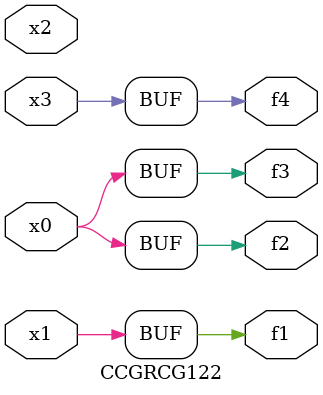
<source format=v>
module CCGRCG122(
	input x0, x1, x2, x3,
	output f1, f2, f3, f4
);
	assign f1 = x1;
	assign f2 = x0;
	assign f3 = x0;
	assign f4 = x3;
endmodule

</source>
